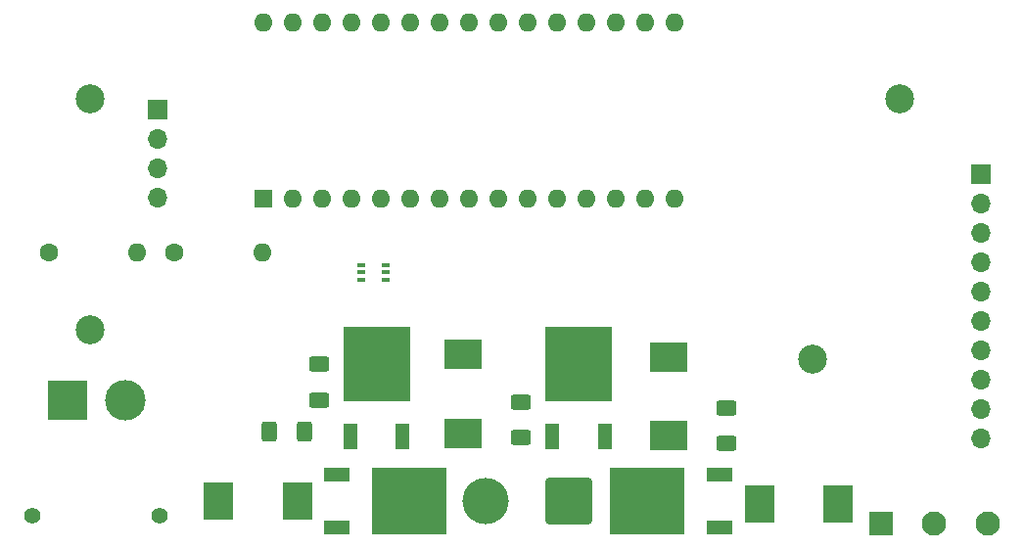
<source format=gbr>
%TF.GenerationSoftware,KiCad,Pcbnew,6.0.7*%
%TF.CreationDate,2023-02-15T11:14:22-05:00*%
%TF.ProjectId,Actuator Driver,41637475-6174-46f7-9220-447269766572,rev?*%
%TF.SameCoordinates,Original*%
%TF.FileFunction,Soldermask,Top*%
%TF.FilePolarity,Negative*%
%FSLAX46Y46*%
G04 Gerber Fmt 4.6, Leading zero omitted, Abs format (unit mm)*
G04 Created by KiCad (PCBNEW 6.0.7) date 2023-02-15 11:14:22*
%MOMM*%
%LPD*%
G01*
G04 APERTURE LIST*
G04 Aperture macros list*
%AMRoundRect*
0 Rectangle with rounded corners*
0 $1 Rounding radius*
0 $2 $3 $4 $5 $6 $7 $8 $9 X,Y pos of 4 corners*
0 Add a 4 corners polygon primitive as box body*
4,1,4,$2,$3,$4,$5,$6,$7,$8,$9,$2,$3,0*
0 Add four circle primitives for the rounded corners*
1,1,$1+$1,$2,$3*
1,1,$1+$1,$4,$5*
1,1,$1+$1,$6,$7*
1,1,$1+$1,$8,$9*
0 Add four rect primitives between the rounded corners*
20,1,$1+$1,$2,$3,$4,$5,0*
20,1,$1+$1,$4,$5,$6,$7,0*
20,1,$1+$1,$6,$7,$8,$9,0*
20,1,$1+$1,$8,$9,$2,$3,0*%
G04 Aperture macros list end*
%ADD10R,2.200000X1.200000*%
%ADD11R,6.400000X5.800000*%
%ADD12C,2.500000*%
%ADD13C,1.600000*%
%ADD14O,1.600000X1.600000*%
%ADD15RoundRect,0.250000X0.625000X-0.400000X0.625000X0.400000X-0.625000X0.400000X-0.625000X-0.400000X0*%
%ADD16R,3.300000X2.500000*%
%ADD17R,2.500000X3.300000*%
%ADD18C,1.400000*%
%ADD19R,3.500000X3.500000*%
%ADD20C,3.500000*%
%ADD21RoundRect,0.250000X-0.625000X0.400000X-0.625000X-0.400000X0.625000X-0.400000X0.625000X0.400000X0*%
%ADD22R,1.700000X1.700000*%
%ADD23O,1.700000X1.700000*%
%ADD24RoundRect,0.250001X-0.799999X-0.799999X0.799999X-0.799999X0.799999X0.799999X-0.799999X0.799999X0*%
%ADD25C,2.100000*%
%ADD26RoundRect,0.250000X1.750000X1.750000X-1.750000X1.750000X-1.750000X-1.750000X1.750000X-1.750000X0*%
%ADD27C,4.000000*%
%ADD28R,1.600000X1.600000*%
%ADD29R,1.200000X2.200000*%
%ADD30R,5.800000X6.400000*%
%ADD31RoundRect,0.250000X0.400000X0.625000X-0.400000X0.625000X-0.400000X-0.625000X0.400000X-0.625000X0*%
%ADD32R,0.782500X0.355600*%
G04 APERTURE END LIST*
D10*
%TO.C,Q3*%
X166950000Y-132030000D03*
D11*
X160650000Y-129750000D03*
D10*
X166950000Y-127470000D03*
%TD*%
D12*
%TO.C,REF\u002A\u002A*%
X112500000Y-115000000D03*
%TD*%
D13*
%TO.C,R5*%
X119790000Y-108300000D03*
D14*
X127410000Y-108300000D03*
%TD*%
D15*
%TO.C,R1*%
X149750000Y-124300000D03*
X149750000Y-121200000D03*
%TD*%
D16*
%TO.C,D1*%
X162500000Y-117350000D03*
X162500000Y-124150000D03*
%TD*%
D17*
%TO.C,D3*%
X170350000Y-130000000D03*
X177150000Y-130000000D03*
%TD*%
D18*
%TO.C,PWRIN*%
X107500000Y-131075000D03*
X118500000Y-131075000D03*
D19*
X110500000Y-121075000D03*
D20*
X115500000Y-121075000D03*
%TD*%
D16*
%TO.C,D2*%
X144750000Y-117100000D03*
X144750000Y-123900000D03*
%TD*%
D13*
%TO.C,R6*%
X108890000Y-108300000D03*
D14*
X116510000Y-108300000D03*
%TD*%
D21*
%TO.C,R2*%
X132250000Y-117950000D03*
X132250000Y-121050000D03*
%TD*%
D22*
%TO.C,Transmitter*%
X118320000Y-95940000D03*
D23*
X118320000Y-98480000D03*
X118320000Y-101020000D03*
X118320000Y-103560000D03*
%TD*%
D12*
%TO.C,REF\u002A\u002A*%
X182500000Y-95000000D03*
%TD*%
D21*
%TO.C,R3*%
X167500000Y-121700000D03*
X167500000Y-124800000D03*
%TD*%
D24*
%TO.C,RV1*%
X180900000Y-131750000D03*
D25*
X185500000Y-131750000D03*
X190100000Y-131750000D03*
%TD*%
D26*
%TO.C,M1*%
X153850000Y-129750000D03*
D27*
X146650000Y-129750000D03*
%TD*%
D28*
%TO.C,A1*%
X127450000Y-103610000D03*
D14*
X129990000Y-103610000D03*
X132530000Y-103610000D03*
X135070000Y-103610000D03*
X137610000Y-103610000D03*
X140150000Y-103610000D03*
X142690000Y-103610000D03*
X145230000Y-103610000D03*
X147770000Y-103610000D03*
X150310000Y-103610000D03*
X152850000Y-103610000D03*
X155390000Y-103610000D03*
X157930000Y-103610000D03*
X160470000Y-103610000D03*
X163010000Y-103610000D03*
X163010000Y-88370000D03*
X160470000Y-88370000D03*
X157930000Y-88370000D03*
X155390000Y-88370000D03*
X152850000Y-88370000D03*
X150310000Y-88370000D03*
X147770000Y-88370000D03*
X145230000Y-88370000D03*
X142690000Y-88370000D03*
X140150000Y-88370000D03*
X137610000Y-88370000D03*
X135070000Y-88370000D03*
X132530000Y-88370000D03*
X129990000Y-88370000D03*
X127450000Y-88370000D03*
%TD*%
D29*
%TO.C,Q2*%
X134970000Y-124200000D03*
D30*
X137250000Y-117900000D03*
D29*
X139530000Y-124200000D03*
%TD*%
D12*
%TO.C,REF\u002A\u002A*%
X112500000Y-95000000D03*
%TD*%
D31*
%TO.C,R4*%
X131050000Y-123750000D03*
X127950000Y-123750000D03*
%TD*%
D22*
%TO.C,MD2*%
X189525000Y-101500000D03*
D23*
X189525000Y-104040000D03*
X189525000Y-106580000D03*
X189525000Y-109120000D03*
X189525000Y-111660000D03*
X189525000Y-114200000D03*
X189525000Y-116740000D03*
X189525000Y-119280000D03*
X189525000Y-121820000D03*
X189525000Y-124360000D03*
%TD*%
D12*
%TO.C,REF\u002A\u002A*%
X175000000Y-117500000D03*
%TD*%
D17*
%TO.C,D4*%
X130400000Y-129750000D03*
X123600000Y-129750000D03*
%TD*%
D29*
%TO.C,Q1*%
X152470000Y-124200000D03*
D30*
X154750000Y-117900000D03*
D29*
X157030000Y-124200000D03*
%TD*%
D10*
%TO.C,Q4*%
X133800000Y-127470000D03*
D11*
X140100000Y-129750000D03*
D10*
X133800000Y-132030000D03*
%TD*%
D32*
%TO.C,U1*%
X138064349Y-110649999D03*
X138064349Y-110000000D03*
X138064349Y-109350001D03*
X135935651Y-109350001D03*
X135935651Y-110000000D03*
X135935651Y-110649999D03*
%TD*%
M02*

</source>
